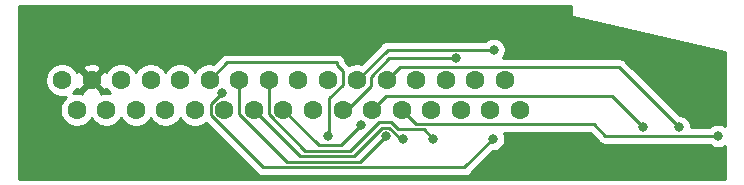
<source format=gbl>
G04 #@! TF.GenerationSoftware,KiCad,Pcbnew,5.1.9+dfsg1-1~bpo10+1*
G04 #@! TF.CreationDate,2021-04-05T15:35:41+02:00*
G04 #@! TF.ProjectId,KBD_ADAPTER_XE,4b42445f-4144-4415-9054-45525f58452e,1.0*
G04 #@! TF.SameCoordinates,Original*
G04 #@! TF.FileFunction,Copper,L2,Bot*
G04 #@! TF.FilePolarity,Positive*
%FSLAX46Y46*%
G04 Gerber Fmt 4.6, Leading zero omitted, Abs format (unit mm)*
G04 Created by KiCad (PCBNEW 5.1.9+dfsg1-1~bpo10+1) date 2021-04-05 15:35:41*
%MOMM*%
%LPD*%
G01*
G04 APERTURE LIST*
G04 #@! TA.AperFunction,ComponentPad*
%ADD10C,1.600000*%
G04 #@! TD*
G04 #@! TA.AperFunction,ViaPad*
%ADD11C,0.800000*%
G04 #@! TD*
G04 #@! TA.AperFunction,Conductor*
%ADD12C,0.250000*%
G04 #@! TD*
G04 #@! TA.AperFunction,Conductor*
%ADD13C,0.254000*%
G04 #@! TD*
G04 #@! TA.AperFunction,Conductor*
%ADD14C,0.100000*%
G04 #@! TD*
G04 APERTURE END LIST*
D10*
X117750000Y-102500000D03*
X119000000Y-105000000D03*
X120250000Y-102500000D03*
X121500000Y-105000000D03*
X122750000Y-102500000D03*
X124000000Y-105000000D03*
X125250000Y-102500000D03*
X126500000Y-105000000D03*
X127750000Y-102500000D03*
X129000000Y-105000000D03*
X130250000Y-102500000D03*
X131500000Y-105000000D03*
X132750000Y-102500000D03*
X134000000Y-105000000D03*
X135250000Y-102500000D03*
X136500000Y-105000000D03*
X137750000Y-102500000D03*
X139000000Y-105000000D03*
X140250000Y-102500000D03*
X141500000Y-105000000D03*
X142750000Y-102500000D03*
X144000000Y-105000000D03*
X145250000Y-102500000D03*
X146500000Y-105000000D03*
X147750000Y-102500000D03*
X149000000Y-105000000D03*
X150250000Y-102500000D03*
X151500000Y-105000000D03*
X152750000Y-102500000D03*
X154000000Y-105000000D03*
X155250000Y-102500000D03*
X156500000Y-105000000D03*
D11*
X140250000Y-107250000D03*
X145145700Y-107245300D03*
X146622300Y-107483800D03*
X149194300Y-107443100D03*
X143062300Y-106309300D03*
X154225400Y-107470800D03*
X131261000Y-103589300D03*
X151104400Y-100648700D03*
X154290800Y-99929700D03*
X166900600Y-106475400D03*
X170000300Y-106488300D03*
X173275000Y-107213700D03*
D12*
X130250000Y-102500000D02*
X131750000Y-101000000D01*
X131750000Y-101000000D02*
X141000000Y-101000000D01*
X141000000Y-101000000D02*
X141000000Y-101250000D01*
X141000000Y-101250000D02*
X141500000Y-101750000D01*
X141500000Y-101750000D02*
X141500000Y-102915000D01*
X141500000Y-102915000D02*
X140375000Y-104040000D01*
X140375000Y-104040000D02*
X140375000Y-107125000D01*
X140375000Y-107125000D02*
X140250000Y-107250000D01*
X132750000Y-102500000D02*
X132750000Y-105354000D01*
X132750000Y-105354000D02*
X136812900Y-109416900D01*
X136812900Y-109416900D02*
X142974100Y-109416900D01*
X142974100Y-109416900D02*
X145145700Y-107245300D01*
X134000000Y-105000000D02*
X137921800Y-108921800D01*
X137921800Y-108921800D02*
X142443300Y-108921800D01*
X142443300Y-108921800D02*
X144856800Y-106508300D01*
X144856800Y-106508300D02*
X145434700Y-106508300D01*
X145434700Y-106508300D02*
X146410100Y-107483700D01*
X146410100Y-107483700D02*
X146622300Y-107483700D01*
X146622300Y-107483700D02*
X146622300Y-107483800D01*
X135250000Y-102500000D02*
X135250000Y-105361000D01*
X135250000Y-105361000D02*
X138355700Y-108466700D01*
X138355700Y-108466700D02*
X142124900Y-108466700D01*
X142124900Y-108466700D02*
X144563900Y-106027700D01*
X144563900Y-106027700D02*
X145591000Y-106027700D01*
X145591000Y-106027700D02*
X146225400Y-106662100D01*
X146225400Y-106662100D02*
X148413300Y-106662100D01*
X148413300Y-106662100D02*
X149194300Y-107443100D01*
X143062300Y-106309300D02*
X141384600Y-107987000D01*
X141384600Y-107987000D02*
X139487000Y-107987000D01*
X139487000Y-107987000D02*
X136500000Y-105000000D01*
X131261000Y-103589300D02*
X130345300Y-104505000D01*
X130345300Y-104505000D02*
X130345300Y-105458200D01*
X130345300Y-105458200D02*
X134756500Y-109869400D01*
X134756500Y-109869400D02*
X151826800Y-109869400D01*
X151826800Y-109869400D02*
X154225400Y-107470800D01*
X141500000Y-105000000D02*
X141869600Y-105000000D01*
X141869600Y-105000000D02*
X143875400Y-102994200D01*
X143875400Y-102994200D02*
X143875400Y-102231200D01*
X143875400Y-102231200D02*
X145457900Y-100648700D01*
X145457900Y-100648700D02*
X151104400Y-100648700D01*
X154290800Y-99929700D02*
X154284500Y-99923400D01*
X154284500Y-99923400D02*
X145326600Y-99923400D01*
X145326600Y-99923400D02*
X142750000Y-102500000D01*
X144000000Y-105000000D02*
X145150800Y-103849200D01*
X145150800Y-103849200D02*
X164274400Y-103849200D01*
X164274400Y-103849200D02*
X166900600Y-106475400D01*
X145250000Y-102500000D02*
X146375400Y-101374600D01*
X146375400Y-101374600D02*
X164886600Y-101374600D01*
X164886600Y-101374600D02*
X170000300Y-106488300D01*
X146500000Y-105000000D02*
X147711700Y-106211700D01*
X147711700Y-106211700D02*
X162753800Y-106211700D01*
X162753800Y-106211700D02*
X163755800Y-107213700D01*
X163755800Y-107213700D02*
X173275000Y-107213700D01*
D13*
X160834943Y-96258241D02*
X160838552Y-96265372D01*
X160840872Y-96273019D01*
X160870109Y-96327717D01*
X160873000Y-96333429D01*
X160873000Y-97000000D01*
X160875440Y-97024776D01*
X160882667Y-97048601D01*
X160894403Y-97070557D01*
X160910197Y-97089803D01*
X160929443Y-97105597D01*
X160951399Y-97117333D01*
X160971443Y-97123748D01*
X173873000Y-100101030D01*
X173873000Y-106368487D01*
X173765256Y-106296495D01*
X173576898Y-106218474D01*
X173376939Y-106178700D01*
X173173061Y-106178700D01*
X172973102Y-106218474D01*
X172784744Y-106296495D01*
X172615226Y-106409763D01*
X172571289Y-106453700D01*
X171035300Y-106453700D01*
X171035300Y-106386361D01*
X170995526Y-106186402D01*
X170917505Y-105998044D01*
X170804237Y-105828526D01*
X170660074Y-105684363D01*
X170490556Y-105571095D01*
X170302198Y-105493074D01*
X170102239Y-105453300D01*
X170040102Y-105453300D01*
X165450404Y-100863603D01*
X165426601Y-100834599D01*
X165310876Y-100739626D01*
X165178847Y-100669054D01*
X165035586Y-100625597D01*
X164923933Y-100614600D01*
X164923922Y-100614600D01*
X164886600Y-100610924D01*
X164849278Y-100614600D01*
X155069611Y-100614600D01*
X155094737Y-100589474D01*
X155208005Y-100419956D01*
X155286026Y-100231598D01*
X155325800Y-100031639D01*
X155325800Y-99827761D01*
X155286026Y-99627802D01*
X155208005Y-99439444D01*
X155094737Y-99269926D01*
X154950574Y-99125763D01*
X154781056Y-99012495D01*
X154592698Y-98934474D01*
X154392739Y-98894700D01*
X154188861Y-98894700D01*
X153988902Y-98934474D01*
X153800544Y-99012495D01*
X153631026Y-99125763D01*
X153593389Y-99163400D01*
X145363925Y-99163400D01*
X145326600Y-99159724D01*
X145289275Y-99163400D01*
X145289267Y-99163400D01*
X145177614Y-99174397D01*
X145034353Y-99217854D01*
X144902324Y-99288426D01*
X144786599Y-99383399D01*
X144762801Y-99412397D01*
X143073886Y-101101312D01*
X142891335Y-101065000D01*
X142608665Y-101065000D01*
X142331426Y-101120147D01*
X142070273Y-101228320D01*
X142060433Y-101234895D01*
X142040001Y-101209999D01*
X142010998Y-101186197D01*
X141756999Y-100932198D01*
X141749003Y-100851014D01*
X141705546Y-100707753D01*
X141634974Y-100575724D01*
X141540001Y-100459999D01*
X141424276Y-100365026D01*
X141292247Y-100294454D01*
X141148986Y-100250997D01*
X141037333Y-100240000D01*
X141000000Y-100236323D01*
X140962667Y-100240000D01*
X131787322Y-100240000D01*
X131749999Y-100236324D01*
X131712676Y-100240000D01*
X131712667Y-100240000D01*
X131601014Y-100250997D01*
X131457753Y-100294454D01*
X131325724Y-100365026D01*
X131209999Y-100459999D01*
X131186201Y-100488997D01*
X130573886Y-101101312D01*
X130391335Y-101065000D01*
X130108665Y-101065000D01*
X129831426Y-101120147D01*
X129570273Y-101228320D01*
X129335241Y-101385363D01*
X129135363Y-101585241D01*
X129000000Y-101787827D01*
X128864637Y-101585241D01*
X128664759Y-101385363D01*
X128429727Y-101228320D01*
X128168574Y-101120147D01*
X127891335Y-101065000D01*
X127608665Y-101065000D01*
X127331426Y-101120147D01*
X127070273Y-101228320D01*
X126835241Y-101385363D01*
X126635363Y-101585241D01*
X126500000Y-101787827D01*
X126364637Y-101585241D01*
X126164759Y-101385363D01*
X125929727Y-101228320D01*
X125668574Y-101120147D01*
X125391335Y-101065000D01*
X125108665Y-101065000D01*
X124831426Y-101120147D01*
X124570273Y-101228320D01*
X124335241Y-101385363D01*
X124135363Y-101585241D01*
X124000000Y-101787827D01*
X123864637Y-101585241D01*
X123664759Y-101385363D01*
X123429727Y-101228320D01*
X123168574Y-101120147D01*
X122891335Y-101065000D01*
X122608665Y-101065000D01*
X122331426Y-101120147D01*
X122070273Y-101228320D01*
X121835241Y-101385363D01*
X121635363Y-101585241D01*
X121501308Y-101785869D01*
X121486671Y-101758486D01*
X121242702Y-101686903D01*
X120429605Y-102500000D01*
X121242702Y-103313097D01*
X121486671Y-103241514D01*
X121500324Y-103212659D01*
X121635363Y-103414759D01*
X121821427Y-103600823D01*
X121641335Y-103565000D01*
X121358665Y-103565000D01*
X121081426Y-103620147D01*
X121017994Y-103646421D01*
X121063097Y-103492702D01*
X120250000Y-102679605D01*
X119436903Y-103492702D01*
X119482006Y-103646421D01*
X119418574Y-103620147D01*
X119141335Y-103565000D01*
X118858665Y-103565000D01*
X118678573Y-103600823D01*
X118864637Y-103414759D01*
X118998692Y-103214131D01*
X119013329Y-103241514D01*
X119257298Y-103313097D01*
X120070395Y-102500000D01*
X119257298Y-101686903D01*
X119013329Y-101758486D01*
X118999676Y-101787341D01*
X118864637Y-101585241D01*
X118786694Y-101507298D01*
X119436903Y-101507298D01*
X120250000Y-102320395D01*
X121063097Y-101507298D01*
X120991514Y-101263329D01*
X120736004Y-101142429D01*
X120461816Y-101073700D01*
X120179488Y-101059783D01*
X119899870Y-101101213D01*
X119633708Y-101196397D01*
X119508486Y-101263329D01*
X119436903Y-101507298D01*
X118786694Y-101507298D01*
X118664759Y-101385363D01*
X118429727Y-101228320D01*
X118168574Y-101120147D01*
X117891335Y-101065000D01*
X117608665Y-101065000D01*
X117331426Y-101120147D01*
X117070273Y-101228320D01*
X116835241Y-101385363D01*
X116635363Y-101585241D01*
X116478320Y-101820273D01*
X116370147Y-102081426D01*
X116315000Y-102358665D01*
X116315000Y-102641335D01*
X116370147Y-102918574D01*
X116478320Y-103179727D01*
X116635363Y-103414759D01*
X116835241Y-103614637D01*
X117070273Y-103771680D01*
X117331426Y-103879853D01*
X117608665Y-103935000D01*
X117891335Y-103935000D01*
X118071427Y-103899177D01*
X117885363Y-104085241D01*
X117728320Y-104320273D01*
X117620147Y-104581426D01*
X117565000Y-104858665D01*
X117565000Y-105141335D01*
X117620147Y-105418574D01*
X117728320Y-105679727D01*
X117885363Y-105914759D01*
X118085241Y-106114637D01*
X118320273Y-106271680D01*
X118581426Y-106379853D01*
X118858665Y-106435000D01*
X119141335Y-106435000D01*
X119418574Y-106379853D01*
X119679727Y-106271680D01*
X119914759Y-106114637D01*
X120114637Y-105914759D01*
X120250000Y-105712173D01*
X120385363Y-105914759D01*
X120585241Y-106114637D01*
X120820273Y-106271680D01*
X121081426Y-106379853D01*
X121358665Y-106435000D01*
X121641335Y-106435000D01*
X121918574Y-106379853D01*
X122179727Y-106271680D01*
X122414759Y-106114637D01*
X122614637Y-105914759D01*
X122750000Y-105712173D01*
X122885363Y-105914759D01*
X123085241Y-106114637D01*
X123320273Y-106271680D01*
X123581426Y-106379853D01*
X123858665Y-106435000D01*
X124141335Y-106435000D01*
X124418574Y-106379853D01*
X124679727Y-106271680D01*
X124914759Y-106114637D01*
X125114637Y-105914759D01*
X125250000Y-105712173D01*
X125385363Y-105914759D01*
X125585241Y-106114637D01*
X125820273Y-106271680D01*
X126081426Y-106379853D01*
X126358665Y-106435000D01*
X126641335Y-106435000D01*
X126918574Y-106379853D01*
X127179727Y-106271680D01*
X127414759Y-106114637D01*
X127614637Y-105914759D01*
X127750000Y-105712173D01*
X127885363Y-105914759D01*
X128085241Y-106114637D01*
X128320273Y-106271680D01*
X128581426Y-106379853D01*
X128858665Y-106435000D01*
X129141335Y-106435000D01*
X129418574Y-106379853D01*
X129679727Y-106271680D01*
X129914759Y-106114637D01*
X129920847Y-106108549D01*
X134192701Y-110380403D01*
X134216499Y-110409401D01*
X134332224Y-110504374D01*
X134464253Y-110574946D01*
X134607514Y-110618403D01*
X134719167Y-110629400D01*
X134719177Y-110629400D01*
X134756500Y-110633076D01*
X134793823Y-110629400D01*
X151789478Y-110629400D01*
X151826800Y-110633076D01*
X151864122Y-110629400D01*
X151864133Y-110629400D01*
X151975786Y-110618403D01*
X152119047Y-110574946D01*
X152251076Y-110504374D01*
X152366801Y-110409401D01*
X152390604Y-110380397D01*
X154265202Y-108505800D01*
X154327339Y-108505800D01*
X154527298Y-108466026D01*
X154715656Y-108388005D01*
X154885174Y-108274737D01*
X155029337Y-108130574D01*
X155142605Y-107961056D01*
X155220626Y-107772698D01*
X155260400Y-107572739D01*
X155260400Y-107368861D01*
X155220626Y-107168902D01*
X155142605Y-106980544D01*
X155136696Y-106971700D01*
X162438999Y-106971700D01*
X163192001Y-107724703D01*
X163215799Y-107753701D01*
X163244797Y-107777499D01*
X163331523Y-107848674D01*
X163442654Y-107908075D01*
X163463553Y-107919246D01*
X163606814Y-107962703D01*
X163718467Y-107973700D01*
X163718477Y-107973700D01*
X163755800Y-107977376D01*
X163793122Y-107973700D01*
X172571289Y-107973700D01*
X172615226Y-108017637D01*
X172784744Y-108130905D01*
X172973102Y-108208926D01*
X173173061Y-108248700D01*
X173376939Y-108248700D01*
X173576898Y-108208926D01*
X173765256Y-108130905D01*
X173873000Y-108058913D01*
X173873000Y-110873000D01*
X114127000Y-110873000D01*
X114127000Y-96210000D01*
X160821478Y-96210000D01*
X160834943Y-96258241D01*
G04 #@! TA.AperFunction,Conductor*
D14*
G36*
X160834943Y-96258241D02*
G01*
X160838552Y-96265372D01*
X160840872Y-96273019D01*
X160870109Y-96327717D01*
X160873000Y-96333429D01*
X160873000Y-97000000D01*
X160875440Y-97024776D01*
X160882667Y-97048601D01*
X160894403Y-97070557D01*
X160910197Y-97089803D01*
X160929443Y-97105597D01*
X160951399Y-97117333D01*
X160971443Y-97123748D01*
X173873000Y-100101030D01*
X173873000Y-106368487D01*
X173765256Y-106296495D01*
X173576898Y-106218474D01*
X173376939Y-106178700D01*
X173173061Y-106178700D01*
X172973102Y-106218474D01*
X172784744Y-106296495D01*
X172615226Y-106409763D01*
X172571289Y-106453700D01*
X171035300Y-106453700D01*
X171035300Y-106386361D01*
X170995526Y-106186402D01*
X170917505Y-105998044D01*
X170804237Y-105828526D01*
X170660074Y-105684363D01*
X170490556Y-105571095D01*
X170302198Y-105493074D01*
X170102239Y-105453300D01*
X170040102Y-105453300D01*
X165450404Y-100863603D01*
X165426601Y-100834599D01*
X165310876Y-100739626D01*
X165178847Y-100669054D01*
X165035586Y-100625597D01*
X164923933Y-100614600D01*
X164923922Y-100614600D01*
X164886600Y-100610924D01*
X164849278Y-100614600D01*
X155069611Y-100614600D01*
X155094737Y-100589474D01*
X155208005Y-100419956D01*
X155286026Y-100231598D01*
X155325800Y-100031639D01*
X155325800Y-99827761D01*
X155286026Y-99627802D01*
X155208005Y-99439444D01*
X155094737Y-99269926D01*
X154950574Y-99125763D01*
X154781056Y-99012495D01*
X154592698Y-98934474D01*
X154392739Y-98894700D01*
X154188861Y-98894700D01*
X153988902Y-98934474D01*
X153800544Y-99012495D01*
X153631026Y-99125763D01*
X153593389Y-99163400D01*
X145363925Y-99163400D01*
X145326600Y-99159724D01*
X145289275Y-99163400D01*
X145289267Y-99163400D01*
X145177614Y-99174397D01*
X145034353Y-99217854D01*
X144902324Y-99288426D01*
X144786599Y-99383399D01*
X144762801Y-99412397D01*
X143073886Y-101101312D01*
X142891335Y-101065000D01*
X142608665Y-101065000D01*
X142331426Y-101120147D01*
X142070273Y-101228320D01*
X142060433Y-101234895D01*
X142040001Y-101209999D01*
X142010998Y-101186197D01*
X141756999Y-100932198D01*
X141749003Y-100851014D01*
X141705546Y-100707753D01*
X141634974Y-100575724D01*
X141540001Y-100459999D01*
X141424276Y-100365026D01*
X141292247Y-100294454D01*
X141148986Y-100250997D01*
X141037333Y-100240000D01*
X141000000Y-100236323D01*
X140962667Y-100240000D01*
X131787322Y-100240000D01*
X131749999Y-100236324D01*
X131712676Y-100240000D01*
X131712667Y-100240000D01*
X131601014Y-100250997D01*
X131457753Y-100294454D01*
X131325724Y-100365026D01*
X131209999Y-100459999D01*
X131186201Y-100488997D01*
X130573886Y-101101312D01*
X130391335Y-101065000D01*
X130108665Y-101065000D01*
X129831426Y-101120147D01*
X129570273Y-101228320D01*
X129335241Y-101385363D01*
X129135363Y-101585241D01*
X129000000Y-101787827D01*
X128864637Y-101585241D01*
X128664759Y-101385363D01*
X128429727Y-101228320D01*
X128168574Y-101120147D01*
X127891335Y-101065000D01*
X127608665Y-101065000D01*
X127331426Y-101120147D01*
X127070273Y-101228320D01*
X126835241Y-101385363D01*
X126635363Y-101585241D01*
X126500000Y-101787827D01*
X126364637Y-101585241D01*
X126164759Y-101385363D01*
X125929727Y-101228320D01*
X125668574Y-101120147D01*
X125391335Y-101065000D01*
X125108665Y-101065000D01*
X124831426Y-101120147D01*
X124570273Y-101228320D01*
X124335241Y-101385363D01*
X124135363Y-101585241D01*
X124000000Y-101787827D01*
X123864637Y-101585241D01*
X123664759Y-101385363D01*
X123429727Y-101228320D01*
X123168574Y-101120147D01*
X122891335Y-101065000D01*
X122608665Y-101065000D01*
X122331426Y-101120147D01*
X122070273Y-101228320D01*
X121835241Y-101385363D01*
X121635363Y-101585241D01*
X121501308Y-101785869D01*
X121486671Y-101758486D01*
X121242702Y-101686903D01*
X120429605Y-102500000D01*
X121242702Y-103313097D01*
X121486671Y-103241514D01*
X121500324Y-103212659D01*
X121635363Y-103414759D01*
X121821427Y-103600823D01*
X121641335Y-103565000D01*
X121358665Y-103565000D01*
X121081426Y-103620147D01*
X121017994Y-103646421D01*
X121063097Y-103492702D01*
X120250000Y-102679605D01*
X119436903Y-103492702D01*
X119482006Y-103646421D01*
X119418574Y-103620147D01*
X119141335Y-103565000D01*
X118858665Y-103565000D01*
X118678573Y-103600823D01*
X118864637Y-103414759D01*
X118998692Y-103214131D01*
X119013329Y-103241514D01*
X119257298Y-103313097D01*
X120070395Y-102500000D01*
X119257298Y-101686903D01*
X119013329Y-101758486D01*
X118999676Y-101787341D01*
X118864637Y-101585241D01*
X118786694Y-101507298D01*
X119436903Y-101507298D01*
X120250000Y-102320395D01*
X121063097Y-101507298D01*
X120991514Y-101263329D01*
X120736004Y-101142429D01*
X120461816Y-101073700D01*
X120179488Y-101059783D01*
X119899870Y-101101213D01*
X119633708Y-101196397D01*
X119508486Y-101263329D01*
X119436903Y-101507298D01*
X118786694Y-101507298D01*
X118664759Y-101385363D01*
X118429727Y-101228320D01*
X118168574Y-101120147D01*
X117891335Y-101065000D01*
X117608665Y-101065000D01*
X117331426Y-101120147D01*
X117070273Y-101228320D01*
X116835241Y-101385363D01*
X116635363Y-101585241D01*
X116478320Y-101820273D01*
X116370147Y-102081426D01*
X116315000Y-102358665D01*
X116315000Y-102641335D01*
X116370147Y-102918574D01*
X116478320Y-103179727D01*
X116635363Y-103414759D01*
X116835241Y-103614637D01*
X117070273Y-103771680D01*
X117331426Y-103879853D01*
X117608665Y-103935000D01*
X117891335Y-103935000D01*
X118071427Y-103899177D01*
X117885363Y-104085241D01*
X117728320Y-104320273D01*
X117620147Y-104581426D01*
X117565000Y-104858665D01*
X117565000Y-105141335D01*
X117620147Y-105418574D01*
X117728320Y-105679727D01*
X117885363Y-105914759D01*
X118085241Y-106114637D01*
X118320273Y-106271680D01*
X118581426Y-106379853D01*
X118858665Y-106435000D01*
X119141335Y-106435000D01*
X119418574Y-106379853D01*
X119679727Y-106271680D01*
X119914759Y-106114637D01*
X120114637Y-105914759D01*
X120250000Y-105712173D01*
X120385363Y-105914759D01*
X120585241Y-106114637D01*
X120820273Y-106271680D01*
X121081426Y-106379853D01*
X121358665Y-106435000D01*
X121641335Y-106435000D01*
X121918574Y-106379853D01*
X122179727Y-106271680D01*
X122414759Y-106114637D01*
X122614637Y-105914759D01*
X122750000Y-105712173D01*
X122885363Y-105914759D01*
X123085241Y-106114637D01*
X123320273Y-106271680D01*
X123581426Y-106379853D01*
X123858665Y-106435000D01*
X124141335Y-106435000D01*
X124418574Y-106379853D01*
X124679727Y-106271680D01*
X124914759Y-106114637D01*
X125114637Y-105914759D01*
X125250000Y-105712173D01*
X125385363Y-105914759D01*
X125585241Y-106114637D01*
X125820273Y-106271680D01*
X126081426Y-106379853D01*
X126358665Y-106435000D01*
X126641335Y-106435000D01*
X126918574Y-106379853D01*
X127179727Y-106271680D01*
X127414759Y-106114637D01*
X127614637Y-105914759D01*
X127750000Y-105712173D01*
X127885363Y-105914759D01*
X128085241Y-106114637D01*
X128320273Y-106271680D01*
X128581426Y-106379853D01*
X128858665Y-106435000D01*
X129141335Y-106435000D01*
X129418574Y-106379853D01*
X129679727Y-106271680D01*
X129914759Y-106114637D01*
X129920847Y-106108549D01*
X134192701Y-110380403D01*
X134216499Y-110409401D01*
X134332224Y-110504374D01*
X134464253Y-110574946D01*
X134607514Y-110618403D01*
X134719167Y-110629400D01*
X134719177Y-110629400D01*
X134756500Y-110633076D01*
X134793823Y-110629400D01*
X151789478Y-110629400D01*
X151826800Y-110633076D01*
X151864122Y-110629400D01*
X151864133Y-110629400D01*
X151975786Y-110618403D01*
X152119047Y-110574946D01*
X152251076Y-110504374D01*
X152366801Y-110409401D01*
X152390604Y-110380397D01*
X154265202Y-108505800D01*
X154327339Y-108505800D01*
X154527298Y-108466026D01*
X154715656Y-108388005D01*
X154885174Y-108274737D01*
X155029337Y-108130574D01*
X155142605Y-107961056D01*
X155220626Y-107772698D01*
X155260400Y-107572739D01*
X155260400Y-107368861D01*
X155220626Y-107168902D01*
X155142605Y-106980544D01*
X155136696Y-106971700D01*
X162438999Y-106971700D01*
X163192001Y-107724703D01*
X163215799Y-107753701D01*
X163244797Y-107777499D01*
X163331523Y-107848674D01*
X163442654Y-107908075D01*
X163463553Y-107919246D01*
X163606814Y-107962703D01*
X163718467Y-107973700D01*
X163718477Y-107973700D01*
X163755800Y-107977376D01*
X163793122Y-107973700D01*
X172571289Y-107973700D01*
X172615226Y-108017637D01*
X172784744Y-108130905D01*
X172973102Y-108208926D01*
X173173061Y-108248700D01*
X173376939Y-108248700D01*
X173576898Y-108208926D01*
X173765256Y-108130905D01*
X173873000Y-108058913D01*
X173873000Y-110873000D01*
X114127000Y-110873000D01*
X114127000Y-96210000D01*
X160821478Y-96210000D01*
X160834943Y-96258241D01*
G37*
G04 #@! TD.AperFunction*
M02*

</source>
